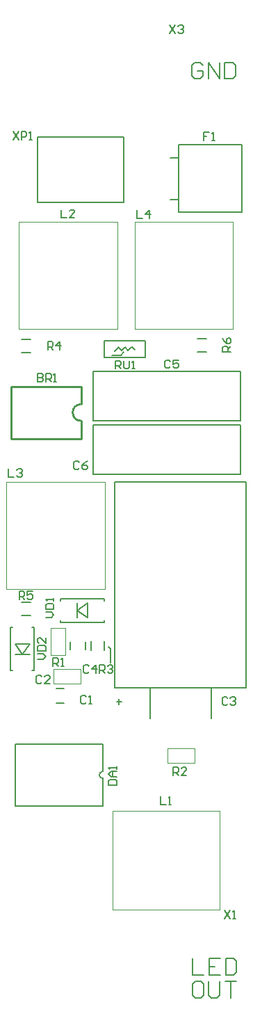
<source format=gto>
G04 Layer_Color=65535*
%FSLAX24Y24*%
%MOIN*%
G70*
G01*
G75*
%ADD10C,0.0079*%
%ADD44C,0.0100*%
%ADD45C,0.0039*%
%ADD46C,0.0067*%
%ADD47C,0.0050*%
D10*
X46177Y30844D02*
G03*
X46177Y30494I0J-175D01*
G01*
X46427Y36801D02*
X46535Y36693D01*
Y36033D02*
Y36693D01*
X49390Y58228D02*
X49813D01*
X49390Y60226D02*
X49813D01*
Y57628D02*
X52844D01*
Y60876D01*
X49813Y57628D02*
Y60876D01*
X52844D01*
X43022Y58120D02*
Y61230D01*
Y58120D02*
X47156D01*
Y61230D01*
X43022D02*
X47156D01*
X41972Y32152D02*
X46177D01*
X41972Y29187D02*
Y32152D01*
Y29187D02*
X46177D01*
Y30494D01*
Y30844D02*
Y32152D01*
X45600Y36644D02*
Y37077D01*
X46230Y36644D02*
Y37077D01*
X46220Y39006D02*
Y39114D01*
Y37972D02*
Y38081D01*
X44134Y39006D02*
Y39114D01*
Y37972D02*
Y38081D01*
Y39114D02*
X46220D01*
X44134Y37972D02*
X46220D01*
X41742Y37746D02*
X41850D01*
X42776D02*
X42884D01*
X41742Y35659D02*
X41850D01*
X42776D02*
X42884D01*
X41742D02*
Y37746D01*
X42884Y35659D02*
Y37746D01*
X42283Y38307D02*
X42717D01*
X42283Y38937D02*
X42717D01*
X51378Y33366D02*
Y34843D01*
X48425Y33366D02*
Y34843D01*
X46752Y34852D02*
Y44695D01*
X53051D01*
Y34852D02*
Y44695D01*
X46762Y34852D02*
X53051D01*
X48189Y50669D02*
Y51073D01*
X46220Y50669D02*
Y51073D01*
Y50669D02*
X48189D01*
Y51073D02*
Y51476D01*
X46220Y51073D02*
Y51476D01*
X48189D01*
X47559Y51171D02*
X47707Y51024D01*
X47539Y51171D02*
X47559D01*
X47382Y51014D02*
X47539Y51171D01*
X47229Y51166D02*
X47382Y51014D01*
X47067Y51004D02*
X47229Y51166D01*
X46914Y51157D02*
X47067Y51004D01*
X46747Y50989D02*
X46909Y51152D01*
X46614Y50787D02*
X47028D01*
X47185Y50945D01*
X50709Y51565D02*
X51142D01*
X50709Y50935D02*
X51142D01*
X42283Y50906D02*
X42717D01*
X42283Y51535D02*
X42717D01*
X49370Y66604D02*
X49632Y66211D01*
Y66604D02*
X49370Y66211D01*
X49764Y66539D02*
X49829Y66604D01*
X49960D01*
X50026Y66539D01*
Y66473D01*
X49960Y66407D01*
X49895D01*
X49960D01*
X50026Y66342D01*
Y66276D01*
X49960Y66211D01*
X49829D01*
X49764Y66276D01*
X41860Y61516D02*
X42123Y61122D01*
Y61516D02*
X41860Y61122D01*
X42254D02*
Y61516D01*
X42451D01*
X42516Y61450D01*
Y61319D01*
X42451Y61253D01*
X42254D01*
X42647Y61122D02*
X42779D01*
X42713D01*
Y61516D01*
X42647Y61450D01*
X52018Y24183D02*
X52280Y23789D01*
Y24183D02*
X52018Y23789D01*
X52411D02*
X52542D01*
X52477D01*
Y24183D01*
X52411Y24117D01*
X43051Y36201D02*
X43314D01*
X43445Y36332D01*
X43314Y36463D01*
X43051D01*
Y36594D02*
X43445D01*
Y36791D01*
X43379Y36857D01*
X43117D01*
X43051Y36791D01*
Y36594D01*
X43445Y37250D02*
Y36988D01*
X43183Y37250D01*
X43117D01*
X43051Y37185D01*
Y37054D01*
X43117Y36988D01*
X43425Y38219D02*
X43688D01*
X43819Y38350D01*
X43688Y38481D01*
X43425D01*
Y38612D02*
X43819D01*
Y38809D01*
X43753Y38874D01*
X43491D01*
X43425Y38809D01*
Y38612D01*
X43819Y39006D02*
Y39137D01*
Y39071D01*
X43425D01*
X43491Y39006D01*
X46772Y50128D02*
Y50522D01*
X46968D01*
X47034Y50456D01*
Y50325D01*
X46968Y50259D01*
X46772D01*
X46903D02*
X47034Y50128D01*
X47165Y50522D02*
Y50194D01*
X47231Y50128D01*
X47362D01*
X47428Y50194D01*
Y50522D01*
X47559Y50128D02*
X47690D01*
X47624D01*
Y50522D01*
X47559Y50456D01*
X52303Y50935D02*
X51910D01*
Y51132D01*
X51975Y51197D01*
X52106D01*
X52172Y51132D01*
Y50935D01*
Y51066D02*
X52303Y51197D01*
X51910Y51591D02*
X51975Y51460D01*
X52106Y51329D01*
X52238D01*
X52303Y51394D01*
Y51525D01*
X52238Y51591D01*
X52172D01*
X52106Y51525D01*
Y51329D01*
X42156Y39075D02*
Y39468D01*
X42352D01*
X42418Y39403D01*
Y39272D01*
X42352Y39206D01*
X42156D01*
X42287D02*
X42418Y39075D01*
X42811Y39468D02*
X42549D01*
Y39272D01*
X42680Y39337D01*
X42746D01*
X42811Y39272D01*
Y39140D01*
X42746Y39075D01*
X42615D01*
X42549Y39140D01*
X43524Y51033D02*
Y51427D01*
X43720D01*
X43786Y51361D01*
Y51230D01*
X43720Y51165D01*
X43524D01*
X43655D02*
X43786Y51033D01*
X44114D02*
Y51427D01*
X43917Y51230D01*
X44180D01*
X45994Y35531D02*
Y35925D01*
X46191D01*
X46256Y35859D01*
Y35728D01*
X46191Y35663D01*
X45994D01*
X46125D02*
X46256Y35531D01*
X46388Y35859D02*
X46453Y35925D01*
X46584D01*
X46650Y35859D01*
Y35794D01*
X46584Y35728D01*
X46519D01*
X46584D01*
X46650Y35663D01*
Y35597D01*
X46584Y35531D01*
X46453D01*
X46388Y35597D01*
X49528Y30640D02*
Y31033D01*
X49724D01*
X49790Y30968D01*
Y30837D01*
X49724Y30771D01*
X49528D01*
X49659D02*
X49790Y30640D01*
X50184D02*
X49921D01*
X50184Y30902D01*
Y30968D01*
X50118Y31033D01*
X49987D01*
X49921Y30968D01*
X43770Y35876D02*
Y36270D01*
X43966D01*
X44032Y36204D01*
Y36073D01*
X43966Y36007D01*
X43770D01*
X43901D02*
X44032Y35876D01*
X44163D02*
X44294D01*
X44229D01*
Y36270D01*
X44163Y36204D01*
X47805Y57736D02*
Y57343D01*
X48067D01*
X48395D02*
Y57736D01*
X48199Y57539D01*
X48461D01*
X41644Y45344D02*
Y44951D01*
X41906D01*
X42037Y45279D02*
X42103Y45344D01*
X42234D01*
X42300Y45279D01*
Y45213D01*
X42234Y45148D01*
X42168D01*
X42234D01*
X42300Y45082D01*
Y45016D01*
X42234Y44951D01*
X42103D01*
X42037Y45016D01*
X44163Y57756D02*
Y57362D01*
X44426D01*
X44819D02*
X44557D01*
X44819Y57625D01*
Y57690D01*
X44754Y57756D01*
X44623D01*
X44557Y57690D01*
X48927Y29626D02*
Y29232D01*
X49190D01*
X49321D02*
X49452D01*
X49386D01*
Y29626D01*
X49321Y29560D01*
X51276Y61476D02*
X51014D01*
Y61279D01*
X51145D01*
X51014D01*
Y61083D01*
X51407D02*
X51539D01*
X51473D01*
Y61476D01*
X51407Y61411D01*
X46427Y30167D02*
X46821D01*
Y30364D01*
X46755Y30430D01*
X46493D01*
X46427Y30364D01*
Y30167D01*
X46821Y30561D02*
X46558D01*
X46427Y30692D01*
X46558Y30823D01*
X46821D01*
X46624D01*
Y30561D01*
X46821Y30954D02*
Y31086D01*
Y31020D01*
X46427D01*
X46493Y30954D01*
X45036Y45633D02*
X44970Y45699D01*
X44839D01*
X44774Y45633D01*
Y45371D01*
X44839Y45305D01*
X44970D01*
X45036Y45371D01*
X45430Y45699D02*
X45298Y45633D01*
X45167Y45502D01*
Y45371D01*
X45233Y45305D01*
X45364D01*
X45430Y45371D01*
Y45436D01*
X45364Y45502D01*
X45167D01*
X49406Y50485D02*
X49340Y50551D01*
X49209D01*
X49144Y50485D01*
Y50223D01*
X49209Y50157D01*
X49340D01*
X49406Y50223D01*
X49800Y50551D02*
X49537D01*
Y50354D01*
X49668Y50420D01*
X49734D01*
X49800Y50354D01*
Y50223D01*
X49734Y50157D01*
X49603D01*
X49537Y50223D01*
X45508Y35859D02*
X45443Y35925D01*
X45312D01*
X45246Y35859D01*
Y35597D01*
X45312Y35531D01*
X45443D01*
X45508Y35597D01*
X45836Y35531D02*
Y35925D01*
X45640Y35728D01*
X45902D01*
X52152Y34324D02*
X52087Y34390D01*
X51955D01*
X51890Y34324D01*
Y34062D01*
X51955Y33996D01*
X52087D01*
X52152Y34062D01*
X52283Y34324D02*
X52349Y34390D01*
X52480D01*
X52546Y34324D01*
Y34258D01*
X52480Y34193D01*
X52415D01*
X52480D01*
X52546Y34127D01*
Y34062D01*
X52480Y33996D01*
X52349D01*
X52283Y34062D01*
X43235Y35367D02*
X43169Y35433D01*
X43038D01*
X42972Y35367D01*
Y35105D01*
X43038Y35039D01*
X43169D01*
X43235Y35105D01*
X43628Y35039D02*
X43366D01*
X43628Y35302D01*
Y35367D01*
X43563Y35433D01*
X43432D01*
X43366Y35367D01*
X45371Y34413D02*
X45305Y34478D01*
X45174D01*
X45108Y34413D01*
Y34150D01*
X45174Y34085D01*
X45305D01*
X45371Y34150D01*
X45502Y34085D02*
X45633D01*
X45567D01*
Y34478D01*
X45502Y34413D01*
X43032Y49911D02*
Y49518D01*
X43228D01*
X43294Y49583D01*
Y49649D01*
X43228Y49714D01*
X43032D01*
X43228D01*
X43294Y49780D01*
Y49846D01*
X43228Y49911D01*
X43032D01*
X43425Y49518D02*
Y49911D01*
X43622D01*
X43687Y49846D01*
Y49714D01*
X43622Y49649D01*
X43425D01*
X43556D02*
X43687Y49518D01*
X43819D02*
X43950D01*
X43884D01*
Y49911D01*
X43819Y49846D01*
X50968Y64682D02*
X50836Y64813D01*
X50574D01*
X50443Y64682D01*
Y64157D01*
X50574Y64026D01*
X50836D01*
X50968Y64157D01*
Y64419D01*
X50705D01*
X51230Y64026D02*
Y64813D01*
X51755Y64026D01*
Y64813D01*
X52017D02*
Y64026D01*
X52411D01*
X52542Y64157D01*
Y64682D01*
X52411Y64813D01*
X52017D01*
X50482Y21870D02*
Y21083D01*
X51007D01*
X51794Y21870D02*
X51269D01*
Y21083D01*
X51794D01*
X51269Y21476D02*
X51532D01*
X52057Y21870D02*
Y21083D01*
X52450D01*
X52581Y21214D01*
Y21739D01*
X52450Y21870D01*
X52057D01*
X50856Y20767D02*
X50594D01*
X50463Y20636D01*
Y20112D01*
X50594Y19980D01*
X50856D01*
X50987Y20112D01*
Y20636D01*
X50856Y20767D01*
X51250D02*
Y20112D01*
X51381Y19980D01*
X51643D01*
X51775Y20112D01*
Y20767D01*
X52037D02*
X52562D01*
X52299D01*
Y19980D01*
X46821Y34163D02*
X47083D01*
X46952Y34295D02*
Y34032D01*
D44*
X45124Y48433D02*
G03*
X45124Y47633I0J-400D01*
G01*
X41774Y49283D02*
X45124D01*
X41774Y46783D02*
X45124D01*
X41774D02*
Y49283D01*
X45124Y48433D02*
Y49283D01*
Y46783D02*
Y47633D01*
D45*
X46634Y24213D02*
Y24321D01*
Y24213D02*
X48829D01*
X46634Y24311D02*
Y26555D01*
Y28927D01*
X46890D01*
X51772D01*
Y24213D02*
Y28927D01*
X51644Y24213D02*
X51772D01*
X48829D02*
X51663D01*
X49254Y31224D02*
X50569D01*
X49254Y31925D02*
X50569D01*
X49254Y31224D02*
Y31925D01*
X50569Y31224D02*
Y31925D01*
X43819Y35039D02*
X45118D01*
X43819Y35748D02*
X45118D01*
Y35039D02*
Y35748D01*
X43819Y35039D02*
Y35748D01*
X43665Y36400D02*
Y37715D01*
X44366Y36400D02*
Y37715D01*
X43665D02*
X44366D01*
X43665Y36400D02*
X44366D01*
X41545Y44715D02*
X41654D01*
X41545Y42520D02*
Y44715D01*
X41644D02*
X43888D01*
X46260D01*
Y44459D02*
Y44715D01*
Y39577D02*
Y44459D01*
X41545Y39577D02*
X46260D01*
X41545D02*
Y39705D01*
Y39685D02*
Y42520D01*
X42146Y57165D02*
X42254D01*
X42146Y54970D02*
Y57165D01*
X42244D02*
X44488D01*
X46860D01*
Y56909D02*
Y57165D01*
Y52028D02*
Y56909D01*
X42146Y52028D02*
X46860D01*
X42146D02*
Y52156D01*
Y52136D02*
Y54970D01*
X47687Y57165D02*
X47795D01*
X47687Y54970D02*
Y57165D01*
X47785D02*
X50030D01*
X52402D01*
Y56909D02*
Y57165D01*
Y52028D02*
Y56909D01*
X47687Y52028D02*
X52402D01*
X47687D02*
Y52156D01*
Y52136D02*
Y54970D01*
D46*
X43937Y34813D02*
X44291D01*
X43937Y34104D02*
X44291D01*
X44616Y36683D02*
Y37037D01*
X45325Y36683D02*
Y37037D01*
D47*
X45427Y38193D02*
Y38893D01*
X44927Y38193D02*
Y38893D01*
Y38543D02*
X45427Y38893D01*
X44927Y38543D02*
X45427Y38193D01*
X41963Y36953D02*
X42663D01*
X41963Y36453D02*
X42663D01*
X41963Y36953D02*
X42313Y36453D01*
X42663Y36953D01*
X45699Y45069D02*
X52785D01*
Y47431D01*
X45699D02*
X52785D01*
X45699Y45069D02*
Y47431D01*
Y47648D02*
X52785D01*
Y50010D01*
X45699D02*
X52785D01*
X45699Y47648D02*
Y50010D01*
M02*

</source>
